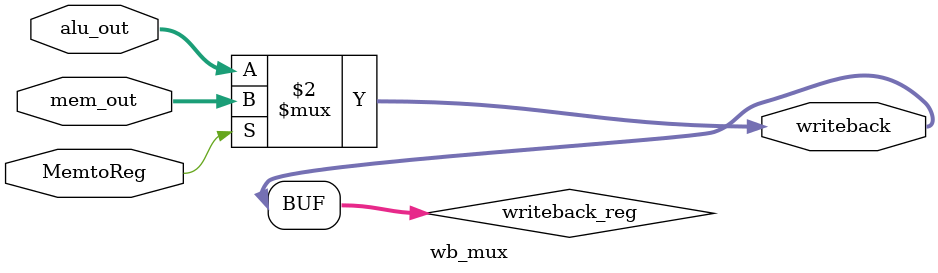
<source format=v>
module wb_mux(
    input [63:0] alu_out,
    input [63:0] mem_out,
    output [63:0] writeback,
    input MemtoReg
);

    reg [63:0] writeback_reg;

    // the writeback is updating at next clock pulse only

    always @(*)
    begin
        writeback_reg = MemtoReg ? mem_out : alu_out;
        //$display("Writeback updated to %d", writeback_reg);
        //some strange behaviour in writeback output
    end

    assign writeback = writeback_reg;

    //assign writeback_reg = MemtoReg ? mem_out : alu_out;

endmodule
</source>
